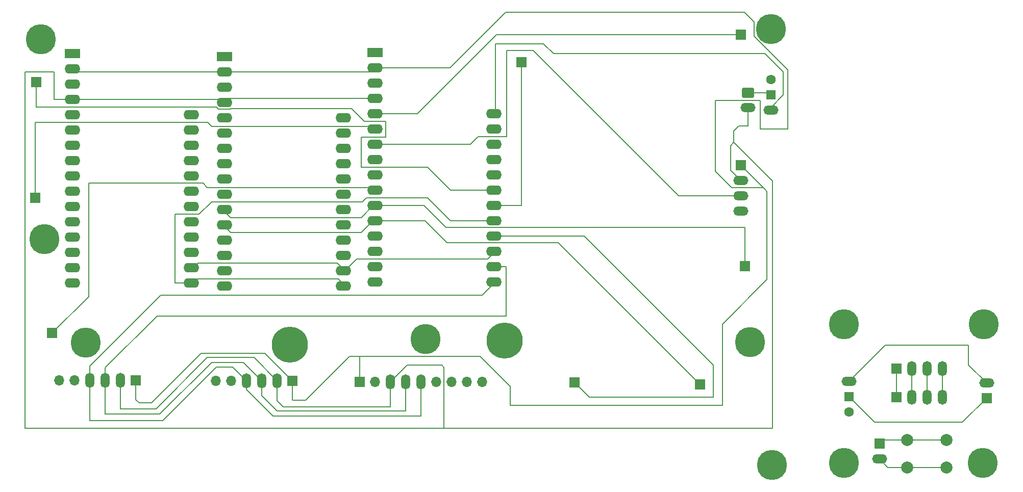
<source format=gbl>
G04 #@! TF.GenerationSoftware,KiCad,Pcbnew,9.0.0*
G04 #@! TF.CreationDate,2025-04-18T00:19:36+02:00*
G04 #@! TF.ProjectId,Omni-X-II-PCB,4f6d6e69-2d58-42d4-9949-2d5043422e6b,rev?*
G04 #@! TF.SameCoordinates,Original*
G04 #@! TF.FileFunction,Copper,L2,Bot*
G04 #@! TF.FilePolarity,Positive*
%FSLAX46Y46*%
G04 Gerber Fmt 4.6, Leading zero omitted, Abs format (unit mm)*
G04 Created by KiCad (PCBNEW 9.0.0) date 2025-04-18 00:19:36*
%MOMM*%
%LPD*%
G01*
G04 APERTURE LIST*
G04 Aperture macros list*
%AMRoundRect*
0 Rectangle with rounded corners*
0 $1 Rounding radius*
0 $2 $3 $4 $5 $6 $7 $8 $9 X,Y pos of 4 corners*
0 Add a 4 corners polygon primitive as box body*
4,1,4,$2,$3,$4,$5,$6,$7,$8,$9,$2,$3,0*
0 Add four circle primitives for the rounded corners*
1,1,$1+$1,$2,$3*
1,1,$1+$1,$4,$5*
1,1,$1+$1,$6,$7*
1,1,$1+$1,$8,$9*
0 Add four rect primitives between the rounded corners*
20,1,$1+$1,$2,$3,$4,$5,0*
20,1,$1+$1,$4,$5,$6,$7,0*
20,1,$1+$1,$6,$7,$8,$9,0*
20,1,$1+$1,$8,$9,$2,$3,0*%
G04 Aperture macros list end*
G04 #@! TA.AperFunction,ComponentPad*
%ADD10R,1.700000X1.700000*%
G04 #@! TD*
G04 #@! TA.AperFunction,ComponentPad*
%ADD11O,1.500000X2.500000*%
G04 #@! TD*
G04 #@! TA.AperFunction,ComponentPad*
%ADD12O,1.700000X1.700000*%
G04 #@! TD*
G04 #@! TA.AperFunction,ComponentPad*
%ADD13RoundRect,0.250000X-0.750000X0.600000X-0.750000X-0.600000X0.750000X-0.600000X0.750000X0.600000X0*%
G04 #@! TD*
G04 #@! TA.AperFunction,ComponentPad*
%ADD14O,2.500000X1.500000*%
G04 #@! TD*
G04 #@! TA.AperFunction,ComponentPad*
%ADD15RoundRect,0.250000X-1.050000X-0.550000X1.050000X-0.550000X1.050000X0.550000X-1.050000X0.550000X0*%
G04 #@! TD*
G04 #@! TA.AperFunction,ComponentPad*
%ADD16O,2.600000X1.600000*%
G04 #@! TD*
G04 #@! TA.AperFunction,ComponentPad*
%ADD17C,2.000000*%
G04 #@! TD*
G04 #@! TA.AperFunction,ComponentPad*
%ADD18R,1.500000X1.500000*%
G04 #@! TD*
G04 #@! TA.AperFunction,ComponentPad*
%ADD19C,1.600000*%
G04 #@! TD*
G04 #@! TA.AperFunction,ViaPad*
%ADD20C,5.000000*%
G04 #@! TD*
G04 #@! TA.AperFunction,ViaPad*
%ADD21C,6.000000*%
G04 #@! TD*
G04 #@! TA.AperFunction,Conductor*
%ADD22C,0.200000*%
G04 #@! TD*
G04 APERTURE END LIST*
D10*
X73680000Y-62140000D03*
X116140000Y-111750000D03*
D11*
X113600000Y-111750000D03*
X111060000Y-111750000D03*
X108520000Y-111750000D03*
D12*
X105980000Y-111750000D03*
X103440000Y-111750000D03*
D13*
X191750000Y-63900000D03*
D14*
X191750000Y-66400000D03*
D10*
X90180000Y-111700000D03*
D11*
X87640000Y-111700000D03*
X85100000Y-111700000D03*
X82560000Y-111700000D03*
D12*
X80020000Y-111700000D03*
X77480000Y-111700000D03*
D10*
X73440000Y-81360000D03*
X127310000Y-111960000D03*
D12*
X129850000Y-111960000D03*
D11*
X132390000Y-111960000D03*
X134930000Y-111960000D03*
X137470000Y-111960000D03*
D12*
X140010000Y-111960000D03*
X142550000Y-111960000D03*
X145090000Y-111960000D03*
X147630000Y-111960000D03*
D10*
X183800000Y-112350000D03*
D15*
X129840000Y-57270000D03*
D16*
X129840000Y-59810000D03*
X129840000Y-62350000D03*
X129840000Y-64890000D03*
X129840000Y-67430000D03*
X129840000Y-69970000D03*
X129840000Y-72510000D03*
X129840000Y-75050000D03*
X129840000Y-77590000D03*
X129840000Y-80130000D03*
X129840000Y-82670000D03*
X129840000Y-85210000D03*
X129840000Y-87750000D03*
X129840000Y-90290000D03*
X129840000Y-92830000D03*
X129840000Y-95370000D03*
X149560000Y-95370000D03*
X149560000Y-92830000D03*
X149560000Y-90290000D03*
X149560000Y-87750000D03*
X149560000Y-85210000D03*
X149560000Y-82670000D03*
X149560000Y-80130000D03*
X149560000Y-77590000D03*
X149560000Y-75050000D03*
X149560000Y-72510000D03*
X149560000Y-69970000D03*
X149560000Y-67430000D03*
D10*
X154130000Y-58850000D03*
X190560000Y-75970000D03*
D14*
X190560000Y-78510000D03*
X190560000Y-81050000D03*
X190560000Y-83590000D03*
D15*
X79640000Y-57410000D03*
D16*
X79640000Y-59950000D03*
X79640000Y-62490000D03*
X79640000Y-65030000D03*
X79640000Y-67570000D03*
X79640000Y-70110000D03*
X79640000Y-72650000D03*
X79640000Y-75190000D03*
X79640000Y-77730000D03*
X79640000Y-80270000D03*
X79640000Y-82810000D03*
X79640000Y-85350000D03*
X79640000Y-87890000D03*
X79640000Y-90430000D03*
X79640000Y-92970000D03*
X79640000Y-95510000D03*
X99360000Y-95510000D03*
X99360000Y-92970000D03*
X99360000Y-90430000D03*
X99360000Y-87890000D03*
X99360000Y-85350000D03*
X99360000Y-82810000D03*
X99360000Y-80270000D03*
X99360000Y-77730000D03*
X99360000Y-75190000D03*
X99360000Y-72650000D03*
X99360000Y-70110000D03*
X99360000Y-67570000D03*
D17*
X218190000Y-121640000D03*
X224690000Y-121640000D03*
X218190000Y-126140000D03*
X224690000Y-126140000D03*
D10*
X191220000Y-92700000D03*
X216395000Y-114450000D03*
D11*
X218935000Y-114450000D03*
X221475000Y-114450000D03*
X224015000Y-114450000D03*
D10*
X231345000Y-114660000D03*
D14*
X231345000Y-112120000D03*
D10*
X76290000Y-103830000D03*
D18*
X195550000Y-64320000D03*
D19*
X195550000Y-61780000D03*
D14*
X195550000Y-66860000D03*
D18*
X208495000Y-114430000D03*
D19*
X208495000Y-116970000D03*
D14*
X208495000Y-111890000D03*
D10*
X190590000Y-54270000D03*
X162960000Y-111990000D03*
D15*
X104870000Y-57900000D03*
D16*
X104870000Y-60440000D03*
X104870000Y-62980000D03*
X104870000Y-65520000D03*
X104870000Y-68060000D03*
X104870000Y-70600000D03*
X104870000Y-73140000D03*
X104870000Y-75680000D03*
X104870000Y-78220000D03*
X104870000Y-80760000D03*
X104870000Y-83300000D03*
X104870000Y-85840000D03*
X104870000Y-88380000D03*
X104870000Y-90920000D03*
X104870000Y-93460000D03*
X104870000Y-96000000D03*
X124590000Y-96000000D03*
X124590000Y-93460000D03*
X124590000Y-90920000D03*
X124590000Y-88380000D03*
X124590000Y-85840000D03*
X124590000Y-83300000D03*
X124590000Y-80760000D03*
X124590000Y-78220000D03*
X124590000Y-75680000D03*
X124590000Y-73140000D03*
X124590000Y-70600000D03*
X124590000Y-68060000D03*
D10*
X216355000Y-109780000D03*
D11*
X218895000Y-109780000D03*
X221435000Y-109780000D03*
X223975000Y-109780000D03*
D10*
X213595000Y-122210000D03*
D14*
X213595000Y-124750000D03*
D20*
X192130000Y-105330000D03*
X207665000Y-125430000D03*
D21*
X115750000Y-105730000D03*
D20*
X195700000Y-125790000D03*
X230845000Y-102390000D03*
X74430000Y-55010000D03*
X74990000Y-88250000D03*
X138230000Y-104820000D03*
X81880000Y-105390000D03*
X207665000Y-102390000D03*
X230715000Y-125430000D03*
X195600000Y-53370000D03*
D21*
X151400000Y-105100000D03*
D22*
X99660000Y-92970000D02*
X100450000Y-92180000D01*
X123610000Y-92180000D02*
X124890000Y-93460000D01*
X126800000Y-91550000D02*
X148600000Y-91550000D01*
X124890000Y-93460000D02*
X126800000Y-91550000D01*
X148600000Y-91550000D02*
X149860000Y-90290000D01*
X100450000Y-92180000D02*
X123610000Y-92180000D01*
X149860000Y-82670000D02*
X154130000Y-82670000D01*
X154130000Y-82670000D02*
X154130000Y-58850000D01*
X129540000Y-85210000D02*
X138190000Y-85210000D01*
X105890000Y-87160000D02*
X127590000Y-87160000D01*
X160301000Y-88851000D02*
X183800000Y-112350000D01*
X138190000Y-85210000D02*
X141831000Y-88851000D01*
X127590000Y-87160000D02*
X129540000Y-85210000D01*
X104570000Y-85840000D02*
X105890000Y-87160000D01*
X141831000Y-88851000D02*
X160301000Y-88851000D01*
X190560000Y-78510000D02*
X188840000Y-76790000D01*
X189409000Y-70261000D02*
X190260000Y-69410000D01*
X113600000Y-111750000D02*
X113600000Y-115060000D01*
X104570000Y-65520000D02*
X105200000Y-64890000D01*
X113600000Y-115060000D02*
X114660000Y-116120000D01*
X188840000Y-72739000D02*
X189409000Y-72170000D01*
X87640000Y-111700000D02*
X87640000Y-116420000D01*
X189409000Y-72170000D02*
X189409000Y-70261000D01*
X79340000Y-65030000D02*
X104080000Y-65030000D01*
X93550000Y-116420000D02*
X102050000Y-107920000D01*
X71780000Y-60430000D02*
X71780000Y-119650000D01*
X191750000Y-69410000D02*
X191750000Y-66400000D01*
X141330000Y-119650000D02*
X142200000Y-119650000D01*
X132390000Y-111960000D02*
X135170000Y-109180000D01*
X190260000Y-69410000D02*
X191750000Y-69410000D01*
X188840000Y-76790000D02*
X188840000Y-72739000D01*
X141330000Y-109540000D02*
X141330000Y-119650000D01*
X195860000Y-119650000D02*
X195860000Y-78621000D01*
X140970000Y-109180000D02*
X141330000Y-109540000D01*
X142200000Y-119650000D02*
X195860000Y-119650000D01*
X104080000Y-65030000D02*
X104570000Y-65520000D01*
X109770000Y-107920000D02*
X113600000Y-111750000D01*
X132400000Y-116080000D02*
X132390000Y-116070000D01*
X132390000Y-116070000D02*
X132390000Y-111960000D01*
X195860000Y-78621000D02*
X189409000Y-72170000D01*
X135170000Y-109180000D02*
X140970000Y-109180000D01*
X71780000Y-119650000D02*
X141330000Y-119650000D01*
X87640000Y-116420000D02*
X93550000Y-116420000D01*
X76640000Y-60430000D02*
X71780000Y-60430000D01*
X114660000Y-116120000D02*
X132360000Y-116120000D01*
X76640000Y-65030000D02*
X76640000Y-60430000D01*
X105200000Y-64890000D02*
X129540000Y-64890000D01*
X132360000Y-116120000D02*
X132400000Y-116080000D01*
X79340000Y-65030000D02*
X76640000Y-65030000D01*
X102050000Y-107920000D02*
X109770000Y-107920000D01*
X186010000Y-114500000D02*
X165470000Y-114500000D01*
X165470000Y-114500000D02*
X162960000Y-111990000D01*
X186010000Y-109180000D02*
X186010000Y-114500000D01*
X164580000Y-87750000D02*
X186010000Y-109180000D01*
X149860000Y-87750000D02*
X164580000Y-87750000D01*
X141671000Y-86311000D02*
X138030000Y-82670000D01*
X127550000Y-84660000D02*
X129540000Y-82670000D01*
X191220000Y-86311000D02*
X141671000Y-86311000D01*
X104570000Y-83300000D02*
X105930000Y-84660000D01*
X191220000Y-92700000D02*
X191220000Y-86311000D01*
X138030000Y-82670000D02*
X129540000Y-82670000D01*
X105930000Y-84660000D02*
X127550000Y-84660000D01*
X73440000Y-81360000D02*
X73440000Y-68880000D01*
X102739000Y-69499000D02*
X129069000Y-69499000D01*
X102120000Y-68880000D02*
X102739000Y-69499000D01*
X73440000Y-68880000D02*
X102120000Y-68880000D01*
X129069000Y-69499000D02*
X129540000Y-69970000D01*
X82560000Y-111700000D02*
X82560000Y-118380000D01*
X147670000Y-97560000D02*
X149860000Y-95370000D01*
X112950000Y-117630000D02*
X137490000Y-117630000D01*
X137490000Y-117630000D02*
X137510000Y-117610000D01*
X108520000Y-113200000D02*
X112950000Y-117630000D01*
X82560000Y-111700000D02*
X82560000Y-109340000D01*
X82560000Y-118380000D02*
X94687058Y-118380000D01*
X94687058Y-118380000D02*
X103577058Y-109490000D01*
X108520000Y-111750000D02*
X108900000Y-111750000D01*
X103577058Y-109490000D02*
X106260000Y-109490000D01*
X108520000Y-111750000D02*
X108520000Y-113200000D01*
X137510000Y-117610000D02*
X137470000Y-117570000D01*
X137470000Y-117570000D02*
X137470000Y-111960000D01*
X106260000Y-109490000D02*
X108520000Y-111750000D01*
X82560000Y-109340000D02*
X94340000Y-97560000D01*
X94340000Y-97560000D02*
X147670000Y-97560000D01*
X127580000Y-71270000D02*
X127580000Y-76310000D01*
X125990000Y-66590000D02*
X128050000Y-68650000D01*
X103913951Y-66621000D02*
X105826049Y-66621000D01*
X73680000Y-66270000D02*
X103562951Y-66270000D01*
X128050000Y-68650000D02*
X131680000Y-68650000D01*
X131680000Y-68650000D02*
X131680000Y-71270000D01*
X138610000Y-76310000D02*
X142430000Y-80130000D01*
X142430000Y-80130000D02*
X149860000Y-80130000D01*
X105857049Y-66590000D02*
X125990000Y-66590000D01*
X103562951Y-66270000D02*
X103913951Y-66621000D01*
X131680000Y-71270000D02*
X127580000Y-71270000D01*
X105826049Y-66621000D02*
X105857049Y-66590000D01*
X73680000Y-62140000D02*
X73680000Y-66270000D01*
X127580000Y-76310000D02*
X138610000Y-76310000D01*
X82350000Y-97770000D02*
X82350000Y-78960000D01*
X129069000Y-79659000D02*
X129540000Y-80130000D01*
X101332000Y-78960000D02*
X102031000Y-79659000D01*
X76290000Y-103830000D02*
X82350000Y-97770000D01*
X102031000Y-79659000D02*
X129069000Y-79659000D01*
X82350000Y-78960000D02*
X101332000Y-78960000D01*
X194587415Y-57450000D02*
X197590000Y-60452585D01*
X159500000Y-57450000D02*
X194587415Y-57450000D01*
X149860000Y-55800000D02*
X157850000Y-55800000D01*
X197590000Y-60452585D02*
X197590000Y-64320000D01*
X157850000Y-55800000D02*
X159500000Y-57450000D01*
X149860000Y-67430000D02*
X149860000Y-55800000D01*
X195550000Y-66360000D02*
X195550000Y-66860000D01*
X197590000Y-64320000D02*
X195550000Y-66360000D01*
X198399000Y-69970000D02*
X193810000Y-69970000D01*
X194931000Y-80341000D02*
X194931000Y-94969000D01*
X128910000Y-60440000D02*
X129540000Y-59810000D01*
X189030000Y-79700000D02*
X194290000Y-79700000D01*
X194575000Y-79985000D02*
X194931000Y-80341000D01*
X92800000Y-115420000D02*
X100990000Y-107230000D01*
X187490000Y-115810000D02*
X152450000Y-115810000D01*
X152450000Y-115810000D02*
X152320000Y-115810000D01*
X192799000Y-52209787D02*
X192799000Y-54530213D01*
X187490000Y-102410000D02*
X187490000Y-115810000D01*
X194931000Y-94969000D02*
X187490000Y-102410000D01*
X193810000Y-69970000D02*
X193810000Y-65170000D01*
X90730000Y-115420000D02*
X92800000Y-115420000D01*
X116140000Y-111750000D02*
X116140000Y-114890000D01*
X152320000Y-112740000D02*
X152320000Y-115810000D01*
X100990000Y-107230000D02*
X111620000Y-107230000D01*
X193810000Y-65170000D02*
X186340000Y-65170000D01*
X104570000Y-60440000D02*
X128910000Y-60440000D01*
X198399000Y-60130213D02*
X198399000Y-69970000D01*
X129540000Y-59810000D02*
X142310000Y-59810000D01*
X194290000Y-79700000D02*
X194575000Y-79985000D01*
X186340000Y-77010000D02*
X189030000Y-79700000D01*
X125644314Y-107700000D02*
X127240000Y-107700000D01*
X79340000Y-59950000D02*
X79830000Y-60440000D01*
X111620000Y-107230000D02*
X116140000Y-111750000D01*
X147280000Y-107700000D02*
X152320000Y-112740000D01*
X191190213Y-50601000D02*
X192799000Y-52209787D01*
X151519000Y-50601000D02*
X191190213Y-50601000D01*
X118334314Y-115010000D02*
X125644314Y-107700000D01*
X192799000Y-54530213D02*
X198399000Y-60130213D01*
X142310000Y-59810000D02*
X151519000Y-50601000D01*
X90180000Y-114870000D02*
X90730000Y-115420000D01*
X116260000Y-115010000D02*
X118334314Y-115010000D01*
X127310000Y-111960000D02*
X127310000Y-107770000D01*
X127240000Y-107700000D02*
X147280000Y-107700000D01*
X186340000Y-65170000D02*
X186340000Y-77010000D01*
X90180000Y-111700000D02*
X90180000Y-114870000D01*
X116140000Y-114890000D02*
X116260000Y-115010000D01*
X190560000Y-75970000D02*
X194575000Y-79985000D01*
X127310000Y-107770000D02*
X127240000Y-107700000D01*
X79830000Y-60440000D02*
X104570000Y-60440000D01*
X111060000Y-114225728D02*
X113624272Y-116790000D01*
X85100000Y-111700000D02*
X85100000Y-117320000D01*
X102800000Y-108700000D02*
X108010000Y-108700000D01*
X151630000Y-101011586D02*
X151630000Y-92830000D01*
X111060000Y-111750000D02*
X111060000Y-114225728D01*
X85100000Y-109590000D02*
X93678414Y-101011586D01*
X85100000Y-117320000D02*
X94180000Y-117320000D01*
X134980000Y-116800000D02*
X134930000Y-116750000D01*
X118770000Y-116790000D02*
X118780000Y-116800000D01*
X85100000Y-111700000D02*
X85100000Y-109590000D01*
X108010000Y-108700000D02*
X111060000Y-111750000D01*
X134930000Y-116750000D02*
X134930000Y-111960000D01*
X151630000Y-92830000D02*
X149860000Y-92830000D01*
X118780000Y-116800000D02*
X134980000Y-116800000D01*
X93678414Y-101011586D02*
X151630000Y-101011586D01*
X113624272Y-116790000D02*
X118770000Y-116790000D01*
X94180000Y-117320000D02*
X102800000Y-108700000D01*
X99660000Y-95510000D02*
X96700000Y-95510000D01*
X100660000Y-84110000D02*
X102740000Y-82030000D01*
X128390000Y-81380000D02*
X138600000Y-81380000D01*
X127740000Y-82030000D02*
X128390000Y-81380000D01*
X99660000Y-95510000D02*
X100330000Y-94840000D01*
X142430000Y-85210000D02*
X149860000Y-85210000D01*
X102740000Y-82030000D02*
X127740000Y-82030000D01*
X100330000Y-94840000D02*
X123730000Y-94840000D01*
X138600000Y-81380000D02*
X142430000Y-85210000D01*
X96700000Y-84110000D02*
X100660000Y-84110000D01*
X96700000Y-95510000D02*
X96700000Y-84110000D01*
X123730000Y-94840000D02*
X124890000Y-96000000D01*
X180250000Y-81050000D02*
X156090000Y-56890000D01*
X151710000Y-71260000D02*
X146950000Y-71260000D01*
X156090000Y-56890000D02*
X151710000Y-56890000D01*
X151710000Y-56890000D02*
X151710000Y-71260000D01*
X145700000Y-72510000D02*
X129540000Y-72510000D01*
X146950000Y-71260000D02*
X145700000Y-72510000D01*
X190560000Y-81050000D02*
X180250000Y-81050000D01*
X136860000Y-67430000D02*
X150020000Y-54270000D01*
X150020000Y-54270000D02*
X190590000Y-54270000D01*
X129540000Y-67430000D02*
X136860000Y-67430000D01*
X190510000Y-54350000D02*
X190590000Y-54270000D01*
X194810000Y-63900000D02*
X191750000Y-63900000D01*
X191870000Y-63780000D02*
X191750000Y-63900000D01*
X195550000Y-64320000D02*
X195230000Y-64320000D01*
X195230000Y-64320000D02*
X194810000Y-63900000D01*
X195130000Y-63900000D02*
X195550000Y-64320000D01*
X221435000Y-114410000D02*
X221475000Y-114450000D01*
X221435000Y-109780000D02*
X221435000Y-114410000D01*
X218895000Y-114410000D02*
X218935000Y-114450000D01*
X218895000Y-109780000D02*
X218895000Y-114410000D01*
X223975000Y-109780000D02*
X223975000Y-114410000D01*
X223975000Y-114410000D02*
X224015000Y-114450000D01*
X216395000Y-109820000D02*
X216355000Y-109780000D01*
X216395000Y-114450000D02*
X216395000Y-109820000D01*
X214165000Y-121640000D02*
X213595000Y-122210000D01*
X224690000Y-121640000D02*
X218190000Y-121640000D01*
X218190000Y-121640000D02*
X214165000Y-121640000D01*
X218190000Y-126140000D02*
X224690000Y-126140000D01*
X213595000Y-124750000D02*
X214985000Y-126140000D01*
X214985000Y-126140000D02*
X218190000Y-126140000D01*
X228350000Y-109125000D02*
X231345000Y-112120000D01*
X214525000Y-105860000D02*
X228350000Y-105860000D01*
X208495000Y-111890000D02*
X214525000Y-105860000D01*
X228350000Y-105860000D02*
X228350000Y-109125000D01*
X227355000Y-118650000D02*
X212715000Y-118650000D01*
X212715000Y-118650000D02*
X208495000Y-114430000D01*
X231345000Y-114660000D02*
X227355000Y-118650000D01*
X148330000Y-111820000D02*
X147280000Y-111820000D01*
M02*

</source>
